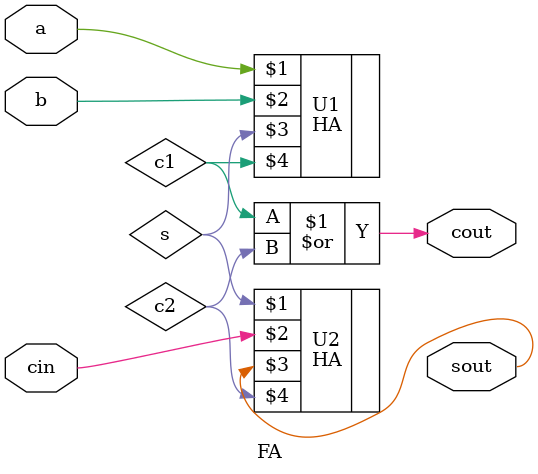
<source format=v>
module FA(a,b,sout,cin,cout);
input a;
input b;
input cin;
output sout;
output cout;

wire s;
wire c1;
wire c2;

HA U1(a,b,s,c1);
HA U2(s,cin,sout,c2);
assign cout=c1|c2;

endmodule
</source>
